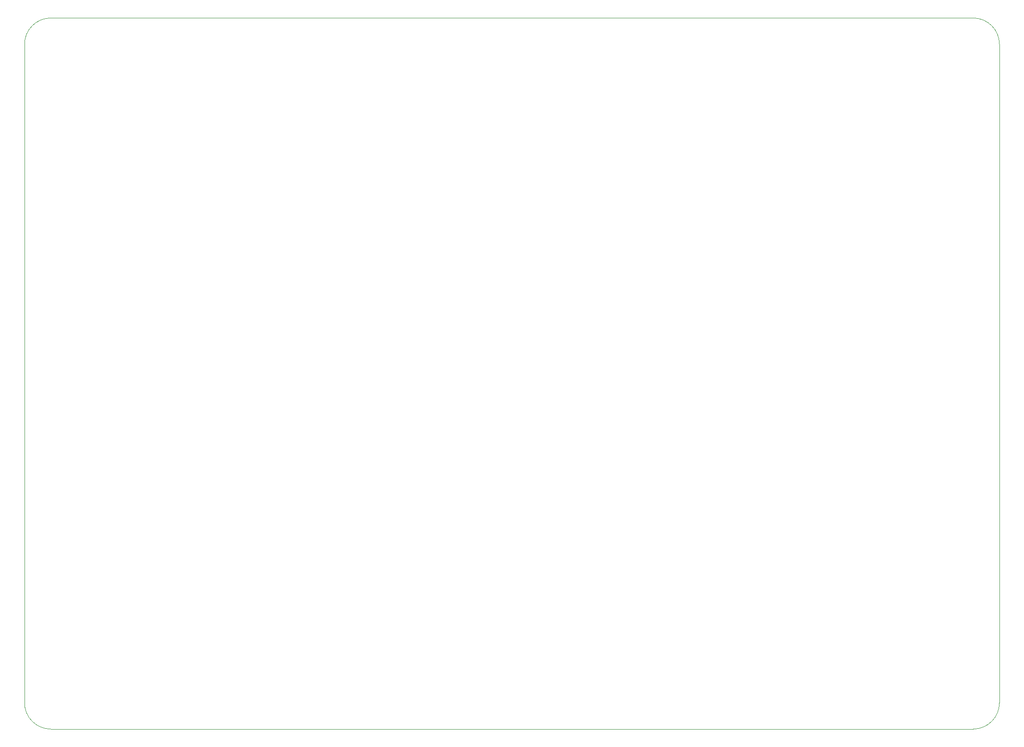
<source format=gbr>
%TF.GenerationSoftware,KiCad,Pcbnew,8.0.2*%
%TF.CreationDate,2024-09-23T18:26:01-05:00*%
%TF.ProjectId,ReceiverBoard,52656365-6976-4657-9242-6f6172642e6b,rev?*%
%TF.SameCoordinates,Original*%
%TF.FileFunction,Profile,NP*%
%FSLAX46Y46*%
G04 Gerber Fmt 4.6, Leading zero omitted, Abs format (unit mm)*
G04 Created by KiCad (PCBNEW 8.0.2) date 2024-09-23 18:26:01*
%MOMM*%
%LPD*%
G01*
G04 APERTURE LIST*
%TA.AperFunction,Profile*%
%ADD10C,0.050000*%
%TD*%
G04 APERTURE END LIST*
D10*
X245000000Y-25000000D02*
X70000000Y-25000000D01*
X65000000Y-30000000D02*
X65000000Y-155000000D01*
X65000000Y-30000000D02*
G75*
G02*
X70000000Y-25000000I5000000J0D01*
G01*
X70000000Y-160000000D02*
X245000000Y-160000000D01*
X70000000Y-160000000D02*
G75*
G02*
X65000000Y-155000000I0J5000000D01*
G01*
X250000000Y-155000000D02*
G75*
G02*
X245000000Y-160000000I-5000000J0D01*
G01*
X250000000Y-155000000D02*
X250000000Y-30000000D01*
X245000000Y-25000000D02*
G75*
G02*
X250000000Y-30000000I0J-5000000D01*
G01*
M02*

</source>
